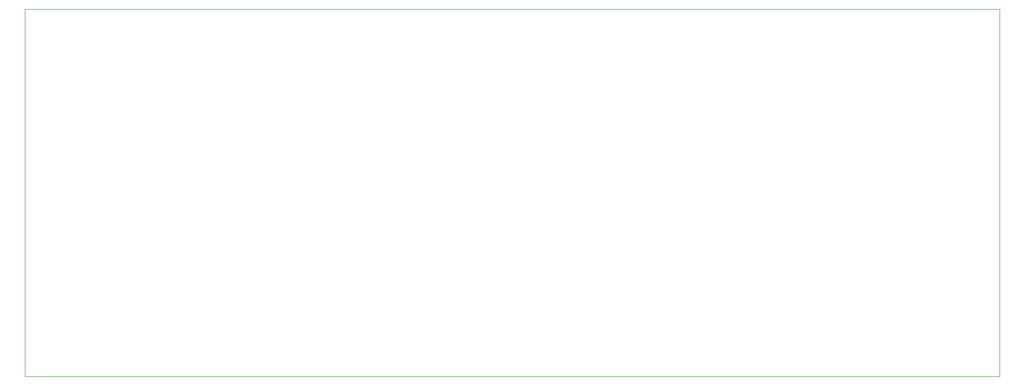
<source format=gm1>
G04 #@! TF.GenerationSoftware,KiCad,Pcbnew,(6.0.11)*
G04 #@! TF.CreationDate,2023-02-08T22:03:16+00:00*
G04 #@! TF.ProjectId,StepperDemoPCB,53746570-7065-4724-9465-6d6f5043422e,rev?*
G04 #@! TF.SameCoordinates,Original*
G04 #@! TF.FileFunction,Profile,NP*
%FSLAX46Y46*%
G04 Gerber Fmt 4.6, Leading zero omitted, Abs format (unit mm)*
G04 Created by KiCad (PCBNEW (6.0.11)) date 2023-02-08 22:03:16*
%MOMM*%
%LPD*%
G01*
G04 APERTURE LIST*
G04 #@! TA.AperFunction,Profile*
%ADD10C,0.100000*%
G04 #@! TD*
G04 APERTURE END LIST*
D10*
X33000000Y-36000000D02*
X205500000Y-36000000D01*
X205500000Y-36000000D02*
X205500000Y-101000000D01*
X205500000Y-101000000D02*
X33000000Y-101000000D01*
X33000000Y-101000000D02*
X33000000Y-36000000D01*
M02*

</source>
